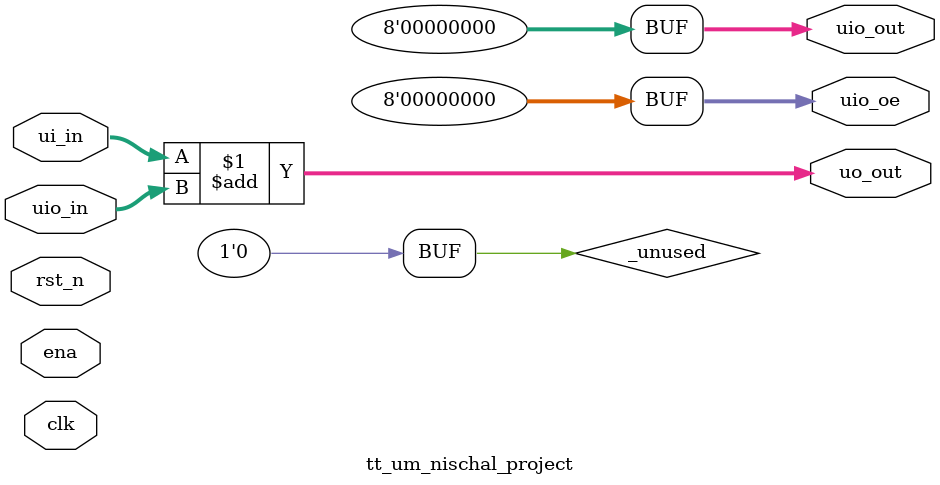
<source format=v>
/*
 * Copyright (c) 2024 Your Name
 * SPDX-License-Identifier: Apache-2.0
 */

`default_nettype none

module tt_um_nischal_project (
    input  wire [7:0] ui_in,    // Dedicated inputs
    output wire [7:0] uo_out,   // Dedicated outputs
    input  wire [7:0] uio_in,   // IOs: Input path
    output wire [7:0] uio_out,  // IOs: Output path
    output wire [7:0] uio_oe,   // IOs: Enable path (active high: 0=input, 1=output)
    input  wire       ena,      // always 1 when the design is powered, so you can ignore it
    input  wire       clk,      // clock
    input  wire       rst_n     // reset_n - low to reset
);

  // All output pins must be assigned. If not used, assign to 0.
  assign uo_out  = ui_in + uio_in;  // Example: ou_out is the sum of ui_in and uio_in
  assign uio_out = 0;
  assign uio_oe  = 0;

  // List all unused inputs to prevent warnings
  wire _unused = &{ena, clk, rst_n, 1'b0};

endmodule

</source>
